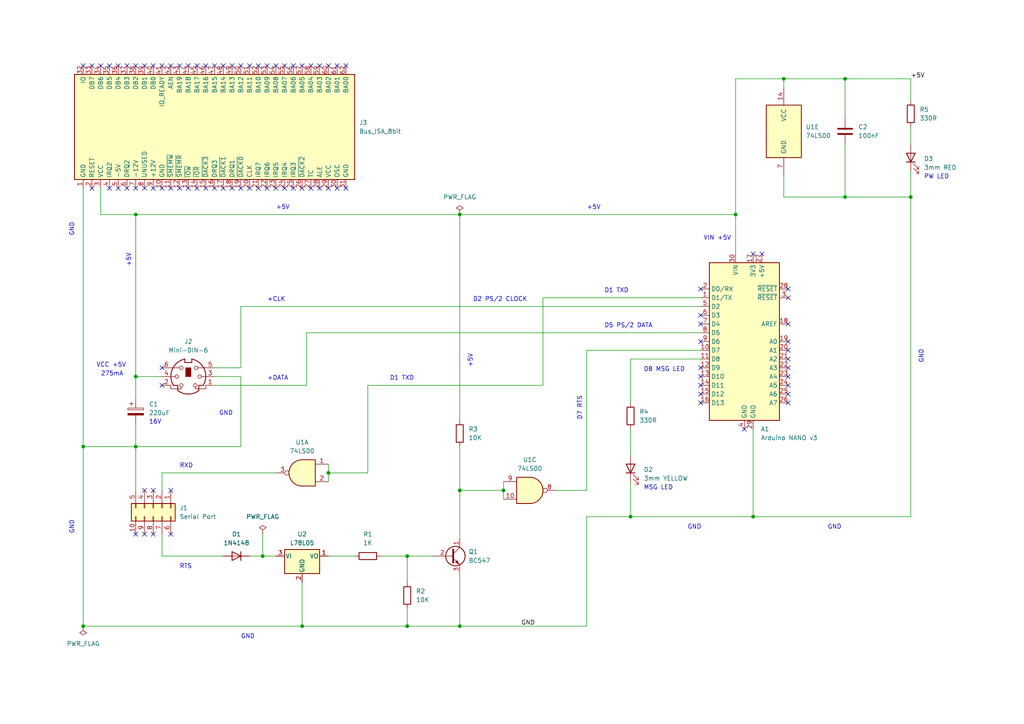
<source format=kicad_sch>
(kicad_sch (version 20230121) (generator eeschema)
  (paper "A4")
  (title_block (title "PS/2 Mouse to Serial Port Adapter") (date "2023-08-12") (rev "4") (company "Cesar Rincon") (comment 1 "NightFox & Co.") (comment 2 "nightfoxandco.com") (comment 3 "contact@nightfoxandco.com") (comment 4 "\"ISA Card\" Version"))
  (lib_symbols
    (symbol "74xx:74LS00" (pin_names (offset 1.016))
      (property "Reference" "U" (at 0 1.27 0))
      (property "Value" "74LS00" (at 0 -1.27 0))
      (symbol "74LS00_1_1"
        (arc (start 0 -3.81) (mid 3.7934 0) (end 0 3.81) (stroke (width 0.254)) (fill (type background)))
        (polyline (pts (xy 0 3.81) (xy -3.81 3.81) (xy -3.81 -3.81) (xy 0 -3.81)) (stroke (width 0.254)) (fill (type background)))
        (pin input line (at -7.62 2.54 0) (length 3.81) (name "~") (number "1"))
        (pin input line (at -7.62 -2.54 0) (length 3.81) (name "~") (number "2"))
        (pin output inverted (at 7.62 0 180) (length 3.81) (name "~") (number "3"))
      )
      (symbol "74LS00_1_2"
        (arc (start -3.81 -3.81) (mid -2.589 0) (end -3.81 3.81) (stroke (width 0.254)))
        (arc (start -0.6096 -3.81) (mid 2.1842 -2.5851) (end 3.81 0) (stroke (width 0.254)) (fill (type background)))
        (polyline (pts (xy -3.81 -3.81) (xy -0.635 -3.81)) (stroke (width 0.254)) (fill (type background)))
        (polyline (pts (xy -3.81 3.81) (xy -0.635 3.81)) (stroke (width 0.254)) (fill (type background)))
        (polyline (pts (xy -0.635 3.81) (xy -3.81 3.81) (xy -3.81 3.81) (xy -3.556 3.4036) (xy -3.0226 2.2606) (xy -2.6924 1.0414) (xy -2.6162 -0.254) (xy -2.7686 -1.4986) (xy -3.175 -2.7178) (xy -3.81 -3.81) (xy -3.81 -3.81) (xy -0.635 -3.81)) (stroke (width -25.4)) (fill (type background)))
        (arc (start 3.81 0) (mid 2.1915 2.5936) (end -0.6096 3.81) (stroke (width 0.254)) (fill (type background)))
        (pin input inverted (at -7.62 2.54 0) (length 4.318) (name "~") (number "1"))
        (pin input inverted (at -7.62 -2.54 0) (length 4.318) (name "~") (number "2"))
        (pin output line (at 7.62 0 180) (length 3.81) (name "~") (number "3"))
      )
      (symbol "74LS00_2_1"
        (arc (start 0 -3.81) (mid 3.7934 0) (end 0 3.81) (stroke (width 0.254)) (fill (type background)))
        (polyline (pts (xy 0 3.81) (xy -3.81 3.81) (xy -3.81 -3.81) (xy 0 -3.81)) (stroke (width 0.254)) (fill (type background)))
        (pin input line (at -7.62 2.54 0) (length 3.81) (name "~") (number "4"))
        (pin input line (at -7.62 -2.54 0) (length 3.81) (name "~") (number "5"))
        (pin output inverted (at 7.62 0 180) (length 3.81) (name "~") (number "6"))
      )
      (symbol "74LS00_2_2"
        (arc (start -3.81 -3.81) (mid -2.589 0) (end -3.81 3.81) (stroke (width 0.254)))
        (arc (start -0.6096 -3.81) (mid 2.1842 -2.5851) (end 3.81 0) (stroke (width 0.254)) (fill (type background)))
        (polyline (pts (xy -3.81 -3.81) (xy -0.635 -3.81)) (stroke (width 0.254)) (fill (type background)))
        (polyline (pts (xy -3.81 3.81) (xy -0.635 3.81)) (stroke (width 0.254)) (fill (type background)))
        (polyline (pts (xy -0.635 3.81) (xy -3.81 3.81) (xy -3.81 3.81) (xy -3.556 3.4036) (xy -3.0226 2.2606) (xy -2.6924 1.0414) (xy -2.6162 -0.254) (xy -2.7686 -1.4986) (xy -3.175 -2.7178) (xy -3.81 -3.81) (xy -3.81 -3.81) (xy -0.635 -3.81)) (stroke (width -25.4)) (fill (type background)))
        (arc (start 3.81 0) (mid 2.1915 2.5936) (end -0.6096 3.81) (stroke (width 0.254)) (fill (type background)))
        (pin input inverted (at -7.62 2.54 0) (length 4.318) (name "~") (number "4"))
        (pin input inverted (at -7.62 -2.54 0) (length 4.318) (name "~") (number "5"))
        (pin output line (at 7.62 0 180) (length 3.81) (name "~") (number "6"))
      )
      (symbol "74LS00_3_1"
        (arc (start 0 -3.81) (mid 3.7934 0) (end 0 3.81) (stroke (width 0.254)) (fill (type background)))
        (polyline (pts (xy 0 3.81) (xy -3.81 3.81) (xy -3.81 -3.81) (xy 0 -3.81)) (stroke (width 0.254)) (fill (type background)))
        (pin input line (at -7.62 -2.54 0) (length 3.81) (name "~") (number "10"))
        (pin output inverted (at 7.62 0 180) (length 3.81) (name "~") (number "8"))
        (pin input line (at -7.62 2.54 0) (length 3.81) (name "~") (number "9"))
      )
      (symbol "74LS00_3_2"
        (arc (start -3.81 -3.81) (mid -2.589 0) (end -3.81 3.81) (stroke (width 0.254)))
        (arc (start -0.6096 -3.81) (mid 2.1842 -2.5851) (end 3.81 0) (stroke (width 0.254)) (fill (type background)))
        (polyline (pts (xy -3.81 -3.81) (xy -0.635 -3.81)) (stroke (width 0.254)) (fill (type background)))
        (polyline (pts (xy -3.81 3.81) (xy -0.635 3.81)) (stroke (width 0.254)) (fill (type background)))
        (polyline (pts (xy -0.635 3.81) (xy -3.81 3.81) (xy -3.81 3.81) (xy -3.556 3.4036) (xy -3.0226 2.2606) (xy -2.6924 1.0414) (xy -2.6162 -0.254) (xy -2.7686 -1.4986) (xy -3.175 -2.7178) (xy -3.81 -3.81) (xy -3.81 -3.81) (xy -0.635 -3.81)) (stroke (width -25.4)) (fill (type background)))
        (arc (start 3.81 0) (mid 2.1915 2.5936) (end -0.6096 3.81) (stroke (width 0.254)) (fill (type background)))
        (pin input inverted (at -7.62 -2.54 0) (length 4.318) (name "~") (number "10"))
        (pin output line (at 7.62 0 180) (length 3.81) (name "~") (number "8"))
        (pin input inverted (at -7.62 2.54 0) (length 4.318) (name "~") (number "9"))
      )
      (symbol "74LS00_4_1"
        (arc (start 0 -3.81) (mid 3.7934 0) (end 0 3.81) (stroke (width 0.254)) (fill (type background)))
        (polyline (pts (xy 0 3.81) (xy -3.81 3.81) (xy -3.81 -3.81) (xy 0 -3.81)) (stroke (width 0.254)) (fill (type background)))
        (pin output inverted (at 7.62 0 180) (length 3.81) (name "~") (number "11"))
        (pin input line (at -7.62 2.54 0) (length 3.81) (name "~") (number "12"))
        (pin input line (at -7.62 -2.54 0) (length 3.81) (name "~") (number "13"))
      )
      (symbol "74LS00_4_2"
        (arc (start -3.81 -3.81) (mid -2.589 0) (end -3.81 3.81) (stroke (width 0.254)))
        (arc (start -0.6096 -3.81) (mid 2.1842 -2.5851) (end 3.81 0) (stroke (width 0.254)) (fill (type background)))
        (polyline (pts (xy -3.81 -3.81) (xy -0.635 -3.81)) (stroke (width 0.254)) (fill (type background)))
        (polyline (pts (xy -3.81 3.81) (xy -0.635 3.81)) (stroke (width 0.254)) (fill (type background)))
        (polyline (pts (xy -0.635 3.81) (xy -3.81 3.81) (xy -3.81 3.81) (xy -3.556 3.4036) (xy -3.0226 2.2606) (xy -2.6924 1.0414) (xy -2.6162 -0.254) (xy -2.7686 -1.4986) (xy -3.175 -2.7178) (xy -3.81 -3.81) (xy -3.81 -3.81) (xy -0.635 -3.81)) (stroke (width -25.4)) (fill (type background)))
        (arc (start 3.81 0) (mid 2.1915 2.5936) (end -0.6096 3.81) (stroke (width 0.254)) (fill (type background)))
        (pin output line (at 7.62 0 180) (length 3.81) (name "~") (number "11"))
        (pin input inverted (at -7.62 2.54 0) (length 4.318) (name "~") (number "12"))
        (pin input inverted (at -7.62 -2.54 0) (length 4.318) (name "~") (number "13"))
      )
      (symbol "74LS00_5_0"
        (pin power_in line (at 0 12.7 270) (length 5.08) (name "VCC") (number "14"))
        (pin power_in line (at 0 -12.7 90) (length 5.08) (name "GND") (number "7"))
      )
      (symbol "74LS00_5_1"
        (rectangle (start -5.08 7.62) (end 5.08 -7.62) (stroke (width 0.254)) (fill (type background)))
      )
    )
    (symbol "Connector:Bus_ISA_8bit"
      (property "Reference" "J" (at 0 42.545 0))
      (property "Value" "Bus_ISA_8bit" (at 0 -42.545 0))
      (symbol "Bus_ISA_8bit_0_1"
        (rectangle (start -15.24 -40.64) (end 15.24 40.64) (stroke (width 0.254)) (fill (type background)))
      )
      (symbol "Bus_ISA_8bit_1_1"
        (pin power_in line (at -17.78 38.1 0) (length 2.54) (name "GND") (number "1"))
        (pin power_in line (at -17.78 15.24 0) (length 2.54) (name "GND") (number "10"))
        (pin output line (at -17.78 12.7 0) (length 2.54) (name "~{SMEMW}") (number "11"))
        (pin output line (at -17.78 10.16 0) (length 2.54) (name "~{SMEMR}") (number "12"))
        (pin output line (at -17.78 7.62 0) (length 2.54) (name "~{IOW}") (number "13"))
        (pin output line (at -17.78 5.08 0) (length 2.54) (name "~{IOR}") (number "14"))
        (pin passive line (at -17.78 2.54 0) (length 2.54) (name "~{DACK3}") (number "15"))
        (pin passive line (at -17.78 0 0) (length 2.54) (name "DRQ3") (number "16"))
        (pin passive line (at -17.78 -2.54 0) (length 2.54) (name "~{DACK1}") (number "17"))
        (pin passive line (at -17.78 -5.08 0) (length 2.54) (name "DRQ1") (number "18"))
        (pin passive line (at -17.78 -7.62 0) (length 2.54) (name "~{DACK0}") (number "19"))
        (pin output line (at -17.78 35.56 0) (length 2.54) (name "RESET") (number "2"))
        (pin output line (at -17.78 -10.16 0) (length 2.54) (name "CLK") (number "20"))
        (pin passive line (at -17.78 -12.7 0) (length 2.54) (name "IRQ7") (number "21"))
        (pin passive line (at -17.78 -15.24 0) (length 2.54) (name "IRQ6") (number "22"))
        (pin passive line (at -17.78 -17.78 0) (length 2.54) (name "IRQ5") (number "23"))
        (pin passive line (at -17.78 -20.32 0) (length 2.54) (name "IRQ4") (number "24"))
        (pin passive line (at -17.78 -22.86 0) (length 2.54) (name "IRQ3") (number "25"))
        (pin passive line (at -17.78 -25.4 0) (length 2.54) (name "~{DACK2}") (number "26"))
        (pin passive line (at -17.78 -27.94 0) (length 2.54) (name "TC") (number "27"))
        (pin output line (at -17.78 -30.48 0) (length 2.54) (name "ALE") (number "28"))
        (pin power_in line (at -17.78 -33.02 0) (length 2.54) (name "VCC") (number "29"))
        (pin power_in line (at -17.78 33.02 0) (length 2.54) (name "VCC") (number "3"))
        (pin output line (at -17.78 -35.56 0) (length 2.54) (name "OSC") (number "30"))
        (pin power_in line (at -17.78 -38.1 0) (length 2.54) (name "GND") (number "31"))
        (pin passive line (at 17.78 38.1 180) (length 2.54) (name "IO") (number "32"))
        (pin tri_state line (at 17.78 35.56 180) (length 2.54) (name "DB7") (number "33"))
        (pin tri_state line (at 17.78 33.02 180) (length 2.54) (name "DB6") (number "34"))
        (pin tri_state line (at 17.78 30.48 180) (length 2.54) (name "DB5") (number "35"))
        (pin tri_state line (at 17.78 27.94 180) (length 2.54) (name "DB4") (number "36"))
        (pin tri_state line (at 17.78 25.4 180) (length 2.54) (name "DB3") (number "37"))
        (pin tri_state line (at 17.78 22.86 180) (length 2.54) (name "DB2") (number "38"))
        (pin tri_state line (at 17.78 20.32 180) (length 2.54) (name "DB1") (number "39"))
        (pin passive line (at -17.78 30.48 0) (length 2.54) (name "IRQ2") (number "4"))
        (pin tri_state line (at 17.78 17.78 180) (length 2.54) (name "DB0") (number "40"))
        (pin passive line (at 17.78 15.24 180) (length 2.54) (name "IO_READY") (number "41"))
        (pin output line (at 17.78 12.7 180) (length 2.54) (name "AEN") (number "42"))
        (pin tri_state line (at 17.78 10.16 180) (length 2.54) (name "BA19") (number "43"))
        (pin tri_state line (at 17.78 7.62 180) (length 2.54) (name "BA18") (number "44"))
        (pin tri_state line (at 17.78 5.08 180) (length 2.54) (name "BA17") (number "45"))
        (pin tri_state line (at 17.78 2.54 180) (length 2.54) (name "BA16") (number "46"))
        (pin tri_state line (at 17.78 0 180) (length 2.54) (name "BA15") (number "47"))
        (pin tri_state line (at 17.78 -2.54 180) (length 2.54) (name "BA14") (number "48"))
        (pin tri_state line (at 17.78 -5.08 180) (length 2.54) (name "BA13") (number "49"))
        (pin power_in line (at -17.78 27.94 0) (length 2.54) (name "-5V") (number "5"))
        (pin tri_state line (at 17.78 -7.62 180) (length 2.54) (name "BA12") (number "50"))
        (pin tri_state line (at 17.78 -10.16 180) (length 2.54) (name "BA11") (number "51"))
        (pin tri_state line (at 17.78 -12.7 180) (length 2.54) (name "BA10") (number "52"))
        (pin tri_state line (at 17.78 -15.24 180) (length 2.54) (name "BA09") (number "53"))
        (pin tri_state line (at 17.78 -17.78 180) (length 2.54) (name "BA08") (number "54"))
        (pin tri_state line (at 17.78 -20.32 180) (length 2.54) (name "BA07") (number "55"))
        (pin tri_state line (at 17.78 -22.86 180) (length 2.54) (name "BA06") (number "56"))
        (pin tri_state line (at 17.78 -25.4 180) (length 2.54) (name "BA05") (number "57"))
        (pin tri_state line (at 17.78 -27.94 180) (length 2.54) (name "BA04") (number "58"))
        (pin tri_state line (at 17.78 -30.48 180) (length 2.54) (name "BA03") (number "59"))
        (pin passive line (at -17.78 25.4 0) (length 2.54) (name "DRQ2") (number "6"))
        (pin tri_state line (at 17.78 -33.02 180) (length 2.54) (name "BA02") (number "60"))
        (pin tri_state line (at 17.78 -35.56 180) (length 2.54) (name "BA01") (number "61"))
        (pin tri_state line (at 17.78 -38.1 180) (length 2.54) (name "BA00") (number "62"))
        (pin power_in line (at -17.78 22.86 0) (length 2.54) (name "-12V") (number "7"))
        (pin passive line (at -17.78 20.32 0) (length 2.54) (name "UNUSED") (number "8"))
        (pin power_in line (at -17.78 17.78 0) (length 2.54) (name "+12V") (number "9"))
      )
    )
    (symbol "Connector:Mini-DIN-6" (pin_names (offset 1.016))
      (property "Reference" "J" (at 0 6.35 0))
      (property "Value" "Mini-DIN-6" (at 0 -6.35 0))
      (symbol "Mini-DIN-6_0_1"
        (circle (center -3.302 0) (radius 0.508))
        (arc (start -3.048 -4.064) (mid 0 -5.08) (end 3.048 -4.064) (stroke (width 0.254)))
        (circle (center -2.032 -2.54) (radius 0.508))
        (circle (center -2.032 2.54) (radius 0.508))
        (arc (start -1.016 5.08) (mid -4.6228 2.1214) (end -4.318 -2.54) (stroke (width 0.254)))
        (rectangle (start -0.762 2.54) (end 0.762 0) (fill (type outline)))
        (polyline (pts (xy -3.81 0) (xy -5.08 0)))
        (polyline (pts (xy -2.54 2.54) (xy -5.08 2.54)))
        (polyline (pts (xy 2.794 2.54) (xy 5.08 2.54)))
        (polyline (pts (xy 5.08 0) (xy 3.81 0)))
        (polyline (pts (xy -4.318 -2.54) (xy -3.048 -2.54) (xy -3.048 -4.064)) (stroke (width 0.254)))
        (polyline (pts (xy 4.318 -2.54) (xy 3.048 -2.54) (xy 3.048 -4.064)) (stroke (width 0.254)))
        (polyline (pts (xy -2.032 -3.048) (xy -2.032 -3.556) (xy -5.08 -3.556) (xy -5.08 -2.54)))
        (polyline (pts (xy -1.016 5.08) (xy -1.016 4.064) (xy 1.016 4.064) (xy 1.016 5.08)) (stroke (width 0.254)))
        (polyline (pts (xy 2.032 -3.048) (xy 2.032 -3.556) (xy 5.08 -3.556) (xy 5.08 -2.54)))
        (circle (center 2.032 -2.54) (radius 0.508))
        (circle (center 2.286 2.54) (radius 0.508))
        (circle (center 3.302 0) (radius 0.508))
        (arc (start 4.318 -2.54) (mid 4.6661 2.1322) (end 1.016 5.08) (stroke (width 0.254)))
      )
      (symbol "Mini-DIN-6_1_1"
        (pin passive line (at 7.62 -2.54 180) (length 2.54) (name "~") (number "1"))
        (pin passive line (at -7.62 -2.54 0) (length 2.54) (name "~") (number "2"))
        (pin passive line (at 7.62 0 180) (length 2.54) (name "~") (number "3"))
        (pin passive line (at -7.62 0 0) (length 2.54) (name "~") (number "4"))
        (pin passive line (at 7.62 2.54 180) (length 2.54) (name "~") (number "5"))
        (pin passive line (at -7.62 2.54 0) (length 2.54) (name "~") (number "6"))
      )
    )
    (symbol "Connector_Generic:Conn_02x05_Top_Bottom" (pin_names (offset 1.016) hide)
      (property "Reference" "J" (at 1.27 7.62 0))
      (property "Value" "Conn_02x05_Top_Bottom" (at 1.27 -7.62 0))
      (symbol "Conn_02x05_Top_Bottom_1_1"
        (rectangle (start -1.27 -4.953) (end 0 -5.207) (stroke (width 0.1524)))
        (rectangle (start -1.27 -2.413) (end 0 -2.667) (stroke (width 0.1524)))
        (rectangle (start -1.27 0.127) (end 0 -0.127) (stroke (width 0.1524)))
        (rectangle (start -1.27 2.667) (end 0 2.413) (stroke (width 0.1524)))
        (rectangle (start -1.27 5.207) (end 0 4.953) (stroke (width 0.1524)))
        (rectangle (start -1.27 6.35) (end 3.81 -6.35) (stroke (width 0.254)) (fill (type background)))
        (rectangle (start 3.81 -4.953) (end 2.54 -5.207) (stroke (width 0.1524)))
        (rectangle (start 3.81 -2.413) (end 2.54 -2.667) (stroke (width 0.1524)))
        (rectangle (start 3.81 0.127) (end 2.54 -0.127) (stroke (width 0.1524)))
        (rectangle (start 3.81 2.667) (end 2.54 2.413) (stroke (width 0.1524)))
        (rectangle (start 3.81 5.207) (end 2.54 4.953) (stroke (width 0.1524)))
        (pin passive line (at -5.08 5.08 0) (length 3.81) (name "Pin_1") (number "1"))
        (pin passive line (at 7.62 -5.08 180) (length 3.81) (name "Pin_10") (number "10"))
        (pin passive line (at -5.08 2.54 0) (length 3.81) (name "Pin_2") (number "2"))
        (pin passive line (at -5.08 0 0) (length 3.81) (name "Pin_3") (number "3"))
        (pin passive line (at -5.08 -2.54 0) (length 3.81) (name "Pin_4") (number "4"))
        (pin passive line (at -5.08 -5.08 0) (length 3.81) (name "Pin_5") (number "5"))
        (pin passive line (at 7.62 5.08 180) (length 3.81) (name "Pin_6") (number "6"))
        (pin passive line (at 7.62 2.54 180) (length 3.81) (name "Pin_7") (number "7"))
        (pin passive line (at 7.62 0 180) (length 3.81) (name "Pin_8") (number "8"))
        (pin passive line (at 7.62 -2.54 180) (length 3.81) (name "Pin_9") (number "9"))
      )
    )
    (symbol "Device:C" (pin_numbers hide) (pin_names (offset 0.254))
      (property "Reference" "C" (at 0.635 2.54 0))
      (property "Value" "C" (at 0.635 -2.54 0))
      (symbol "C_0_1"
        (polyline (pts (xy -2.032 -0.762) (xy 2.032 -0.762)) (stroke (width 0.508)))
        (polyline (pts (xy -2.032 0.762) (xy 2.032 0.762)) (stroke (width 0.508)))
      )
      (symbol "C_1_1"
        (pin passive line (at 0 3.81 270) (length 2.794) (name "~") (number "1"))
        (pin passive line (at 0 -3.81 90) (length 2.794) (name "~") (number "2"))
      )
    )
    (symbol "Device:C_Polarized" (pin_numbers hide) (pin_names (offset 0.254))
      (property "Reference" "C" (at 0.635 2.54 0))
      (property "Value" "C_Polarized" (at 0.635 -2.54 0))
      (symbol "C_Polarized_0_1"
        (rectangle (start -2.286 0.508) (end 2.286 1.016))
        (polyline (pts (xy -1.778 2.286) (xy -0.762 2.286)))
        (polyline (pts (xy -1.27 2.794) (xy -1.27 1.778)))
        (rectangle (start 2.286 -0.508) (end -2.286 -1.016) (fill (type outline)))
      )
      (symbol "C_Polarized_1_1"
        (pin passive line (at 0 3.81 270) (length 2.794) (name "~") (number "1"))
        (pin passive line (at 0 -3.81 90) (length 2.794) (name "~") (number "2"))
      )
    )
    (symbol "Device:LED" (pin_numbers hide) (pin_names (offset 1.016) hide)
      (property "Reference" "D" (at 0 2.54 0))
      (property "Value" "LED" (at 0 -2.54 0))
      (symbol "LED_0_1"
        (polyline (pts (xy -1.27 -1.27) (xy -1.27 1.27)) (stroke (width 0.254)))
        (polyline (pts (xy -1.27 0) (xy 1.27 0)))
        (polyline (pts (xy 1.27 -1.27) (xy 1.27 1.27) (xy -1.27 0) (xy 1.27 -1.27)) (stroke (width 0.254)))
        (polyline (pts (xy -3.048 -0.762) (xy -4.572 -2.286) (xy -3.81 -2.286) (xy -4.572 -2.286) (xy -4.572 -1.524)))
        (polyline (pts (xy -1.778 -0.762) (xy -3.302 -2.286) (xy -2.54 -2.286) (xy -3.302 -2.286) (xy -3.302 -1.524)))
      )
      (symbol "LED_1_1"
        (pin passive line (at -3.81 0 0) (length 2.54) (name "K") (number "1"))
        (pin passive line (at 3.81 0 180) (length 2.54) (name "A") (number "2"))
      )
    )
    (symbol "Device:R" (pin_numbers hide) (pin_names (offset 0))
      (property "Reference" "R" (at 2.032 0 90))
      (property "Value" "R" (at 0 0 90))
      (symbol "R_0_1"
        (rectangle (start -1.016 -2.54) (end 1.016 2.54) (stroke (width 0.254)))
      )
      (symbol "R_1_1"
        (pin passive line (at 0 3.81 270) (length 1.27) (name "~") (number "1"))
        (pin passive line (at 0 -3.81 90) (length 1.27) (name "~") (number "2"))
      )
    )
    (symbol "Diode:1N4148" (pin_numbers hide) (pin_names hide)
      (property "Reference" "D" (at 0 2.54 0))
      (property "Value" "1N4148" (at 0 -2.54 0))
      (symbol "1N4148_0_1"
        (polyline (pts (xy -1.27 1.27) (xy -1.27 -1.27)) (stroke (width 0.254)))
        (polyline (pts (xy 1.27 0) (xy -1.27 0)))
        (polyline (pts (xy 1.27 1.27) (xy 1.27 -1.27) (xy -1.27 0) (xy 1.27 1.27)) (stroke (width 0.254)))
      )
      (symbol "1N4148_1_1"
        (pin passive line (at -3.81 0 0) (length 2.54) (name "K") (number "1"))
        (pin passive line (at 3.81 0 180) (length 2.54) (name "A") (number "2"))
      )
    )
    (symbol "MCU_Module:Arduino_Nano_v3.x"
      (property "Reference" "A" (at -10.16 23.495 0))
      (property "Value" "Arduino_Nano_v3.x" (at 5.08 -24.13 0))
      (symbol "Arduino_Nano_v3.x_0_1"
        (rectangle (start -10.16 22.86) (end 10.16 -22.86) (stroke (width 0.254)) (fill (type background)))
      )
      (symbol "Arduino_Nano_v3.x_1_1"
        (pin bidirectional line (at -12.7 12.7 0) (length 2.54) (name "D1/TX") (number "1"))
        (pin bidirectional line (at -12.7 -2.54 0) (length 2.54) (name "D7") (number "10"))
        (pin bidirectional line (at -12.7 -5.08 0) (length 2.54) (name "D8") (number "11"))
        (pin bidirectional line (at -12.7 -7.62 0) (length 2.54) (name "D9") (number "12"))
        (pin bidirectional line (at -12.7 -10.16 0) (length 2.54) (name "D10") (number "13"))
        (pin bidirectional line (at -12.7 -12.7 0) (length 2.54) (name "D11") (number "14"))
        (pin bidirectional line (at -12.7 -15.24 0) (length 2.54) (name "D12") (number "15"))
        (pin bidirectional line (at -12.7 -17.78 0) (length 2.54) (name "D13") (number "16"))
        (pin power_out line (at 2.54 25.4 270) (length 2.54) (name "3V3") (number "17"))
        (pin input line (at 12.7 5.08 180) (length 2.54) (name "AREF") (number "18"))
        (pin bidirectional line (at 12.7 0 180) (length 2.54) (name "A0") (number "19"))
        (pin bidirectional line (at -12.7 15.24 0) (length 2.54) (name "D0/RX") (number "2"))
        (pin bidirectional line (at 12.7 -2.54 180) (length 2.54) (name "A1") (number "20"))
        (pin bidirectional line (at 12.7 -5.08 180) (length 2.54) (name "A2") (number "21"))
        (pin bidirectional line (at 12.7 -7.62 180) (length 2.54) (name "A3") (number "22"))
        (pin bidirectional line (at 12.7 -10.16 180) (length 2.54) (name "A4") (number "23"))
        (pin bidirectional line (at 12.7 -12.7 180) (length 2.54) (name "A5") (number "24"))
        (pin bidirectional line (at 12.7 -15.24 180) (length 2.54) (name "A6") (number "25"))
        (pin bidirectional line (at 12.7 -17.78 180) (length 2.54) (name "A7") (number "26"))
        (pin power_out line (at 5.08 25.4 270) (length 2.54) (name "+5V") (number "27"))
        (pin input line (at 12.7 15.24 180) (length 2.54) (name "~{RESET}") (number "28"))
        (pin power_in line (at 2.54 -25.4 90) (length 2.54) (name "GND") (number "29"))
        (pin input line (at 12.7 12.7 180) (length 2.54) (name "~{RESET}") (number "3"))
        (pin power_in line (at -2.54 25.4 270) (length 2.54) (name "VIN") (number "30"))
        (pin power_in line (at 0 -25.4 90) (length 2.54) (name "GND") (number "4"))
        (pin bidirectional line (at -12.7 10.16 0) (length 2.54) (name "D2") (number "5"))
        (pin bidirectional line (at -12.7 7.62 0) (length 2.54) (name "D3") (number "6"))
        (pin bidirectional line (at -12.7 5.08 0) (length 2.54) (name "D4") (number "7"))
        (pin bidirectional line (at -12.7 2.54 0) (length 2.54) (name "D5") (number "8"))
        (pin bidirectional line (at -12.7 0 0) (length 2.54) (name "D6") (number "9"))
      )
    )
    (symbol "Regulator_Linear:L78L05_TO92" (pin_names (offset 0.254))
      (property "Reference" "U" (at -3.81 3.175 0))
      (property "Value" "L78L05_TO92" (at 0 3.175 0))
      (symbol "L78L05_TO92_0_1"
        (rectangle (start -5.08 -5.08) (end 5.08 1.905) (stroke (width 0.254)) (fill (type background)))
      )
      (symbol "L78L05_TO92_1_1"
        (pin power_out line (at 7.62 0 180) (length 2.54) (name "VO") (number "1"))
        (pin power_in line (at 0 -7.62 90) (length 2.54) (name "GND") (number "2"))
        (pin power_in line (at -7.62 0 0) (length 2.54) (name "VI") (number "3"))
      )
    )
    (symbol "Transistor_BJT:BC547" (pin_names (offset 0) hide)
      (property "Reference" "Q" (at 5.08 1.905 0))
      (property "Value" "BC547" (at 5.08 0 0))
      (symbol "BC547_0_1"
        (polyline (pts (xy 0 0) (xy 0.635 0)))
        (polyline (pts (xy 0.635 0.635) (xy 2.54 2.54)))
        (polyline (pts (xy 0.635 -0.635) (xy 2.54 -2.54) (xy 2.54 -2.54)))
        (polyline (pts (xy 0.635 1.905) (xy 0.635 -1.905) (xy 0.635 -1.905)) (stroke (width 0.508)))
        (polyline (pts (xy 1.27 -1.778) (xy 1.778 -1.27) (xy 2.286 -2.286) (xy 1.27 -1.778) (xy 1.27 -1.778)) (fill (type outline)))
        (circle (center 1.27 0) (radius 2.8194) (stroke (width 0.254)))
      )
      (symbol "BC547_1_1"
        (pin passive line (at 2.54 5.08 270) (length 2.54) (name "C") (number "1"))
        (pin input line (at -5.08 0 0) (length 5.08) (name "B") (number "2"))
        (pin passive line (at 2.54 -5.08 90) (length 2.54) (name "E") (number "3"))
      )
    )
    (symbol "power:PWR_FLAG" (power) (pin_numbers hide) (pin_names (offset 0) hide)
      (property "Value" "PWR_FLAG" (at 0 3.81 0))
      (symbol "PWR_FLAG_0_0"
        (pin power_out line (at 0 0 90) (length 0) (name "pwr") (number "1"))
      )
      (symbol "PWR_FLAG_0_1"
        (polyline (pts (xy 0 0) (xy 0 1.27) (xy -1.016 1.905) (xy 0 2.54) (xy 1.016 1.905) (xy 0 1.27)))
      )
    )
  )
  (junction (at 264.16 57.15))
  (junction (at 39.37 62.23))
  (junction (at 213.36 62.23))
  (junction (at 182.88 149.86))
  (junction (at 95.25 137.16))
  (junction (at 133.35 181.61))
  (junction (at 118.11 161.29))
  (junction (at 39.37 129.54))
  (junction (at 133.35 62.23))
  (junction (at 76.2 161.29))
  (junction (at 245.11 22.86))
  (junction (at 245.11 57.15))
  (junction (at 118.11 181.61))
  (junction (at 227.33 22.86))
  (junction (at 87.63 181.61))
  (junction (at 24.13 129.54))
  (junction (at 218.44 149.86))
  (junction (at 39.37 109.22))
  (junction (at 133.35 142.24))
  (junction (at 146.05 142.24))
  (junction (at 24.13 181.61))
  (no_connect (at 92.71 54.61))
  (no_connect (at 49.53 154.94))
  (no_connect (at 72.39 54.61))
  (no_connect (at -125.73 25.4))
  (no_connect (at 69.85 54.61))
  (no_connect (at 80.01 19.05))
  (no_connect (at -110.49 2.54))
  (no_connect (at 77.47 54.61))
  (no_connect (at 220.98 73.66))
  (no_connect (at 228.6 111.76))
  (no_connect (at 49.53 54.61))
  (no_connect (at 228.6 101.6))
  (no_connect (at 39.37 154.94))
  (no_connect (at 46.99 19.05))
  (no_connect (at 54.61 19.05))
  (no_connect (at 87.63 19.05))
  (no_connect (at -125.73 20.32))
  (no_connect (at 90.17 19.05))
  (no_connect (at 67.31 54.61))
  (no_connect (at 49.53 142.24))
  (no_connect (at 62.23 19.05))
  (no_connect (at 77.47 19.05))
  (no_connect (at 39.37 19.05))
  (no_connect (at 228.6 83.82))
  (no_connect (at 228.6 116.84))
  (no_connect (at -125.73 5.08))
  (no_connect (at 228.6 86.36))
  (no_connect (at 36.83 19.05))
  (no_connect (at 26.67 19.05))
  (no_connect (at 46.99 106.68))
  (no_connect (at 24.13 19.05))
  (no_connect (at 100.33 19.05))
  (no_connect (at 203.2 93.98))
  (no_connect (at 228.6 93.98))
  (no_connect (at 44.45 142.24))
  (no_connect (at 72.39 19.05))
  (no_connect (at 218.44 73.66))
  (no_connect (at 97.79 54.61))
  (no_connect (at 41.91 54.61))
  (no_connect (at 26.67 54.61))
  (no_connect (at 52.07 54.61))
  (no_connect (at 64.77 54.61))
  (no_connect (at 203.2 111.76))
  (no_connect (at 74.93 19.05))
  (no_connect (at 62.23 54.61))
  (no_connect (at 41.91 142.24))
  (no_connect (at 44.45 154.94))
  (no_connect (at 67.31 19.05))
  (no_connect (at 69.85 19.05))
  (no_connect (at 34.29 54.61))
  (no_connect (at 29.21 19.05))
  (no_connect (at 228.6 114.3))
  (no_connect (at 64.77 19.05))
  (no_connect (at 57.15 54.61))
  (no_connect (at 57.15 19.05))
  (no_connect (at 203.2 109.22))
  (no_connect (at -125.73 0))
  (no_connect (at 215.9 124.46))
  (no_connect (at 46.99 54.61))
  (no_connect (at 74.93 54.61))
  (no_connect (at 85.09 19.05))
  (no_connect (at 95.25 19.05))
  (no_connect (at 228.6 99.06))
  (no_connect (at 203.2 83.82))
  (no_connect (at 228.6 104.14))
  (no_connect (at 203.2 116.84))
  (no_connect (at 82.55 19.05))
  (no_connect (at 59.69 54.61))
  (no_connect (at 87.63 54.61))
  (no_connect (at 95.25 54.61))
  (no_connect (at 52.07 19.05))
  (no_connect (at 90.17 54.61))
  (no_connect (at 39.37 54.61))
  (no_connect (at 82.55 54.61))
  (no_connect (at -110.49 22.86))
  (no_connect (at 228.6 109.22))
  (no_connect (at 92.71 19.05))
  (no_connect (at 203.2 91.44))
  (no_connect (at 85.09 54.61))
  (no_connect (at 203.2 106.68))
  (no_connect (at 100.33 54.61))
  (no_connect (at 36.83 54.61))
  (no_connect (at 34.29 19.05))
  (no_connect (at 228.6 106.68))
  (no_connect (at 41.91 154.94))
  (no_connect (at 54.61 54.61))
  (no_connect (at 59.69 19.05))
  (no_connect (at 97.79 19.05))
  (no_connect (at 31.75 54.61))
  (no_connect (at 203.2 99.06))
  (no_connect (at 49.53 19.05))
  (no_connect (at 31.75 19.05))
  (no_connect (at 44.45 54.61))
  (no_connect (at 44.45 19.05))
  (no_connect (at 41.91 19.05))
  (no_connect (at 203.2 114.3))
  (no_connect (at 80.01 54.61))
  (no_connect (at 46.99 111.76))
  (wire (pts (xy 29.21 62.23) (xy 39.37 62.23)))
  (wire (pts (xy 245.11 57.15) (xy 264.16 57.15)))
  (wire (pts (xy 133.35 129.54) (xy 133.35 142.24)))
  (wire (pts (xy 69.85 109.22) (xy 69.85 129.54)))
  (wire (pts (xy 39.37 62.23) (xy 39.37 109.22)))
  (wire (pts (xy 161.29 142.24) (xy 170.18 142.24)))
  (wire (pts (xy 24.13 129.54) (xy 24.13 181.61)))
  (wire (pts (xy 133.35 62.23) (xy 213.36 62.23)))
  (wire (pts (xy 110.49 161.29) (xy 118.11 161.29)))
  (wire (pts (xy 133.35 142.24) (xy 146.05 142.24)))
  (wire (pts (xy 133.35 142.24) (xy 133.35 156.21)))
  (wire (pts (xy 264.16 22.86) (xy 264.16 29.21)))
  (wire (pts (xy 227.33 57.15) (xy 245.11 57.15)))
  (wire (pts (xy 213.36 22.86) (xy 227.33 22.86)))
  (wire (pts (xy 133.35 62.23) (xy 133.35 121.92)))
  (wire (pts (xy 95.25 134.62) (xy 95.25 137.16)))
  (wire (pts (xy 170.18 101.6) (xy 203.2 101.6)))
  (wire (pts (xy 245.11 22.86) (xy 264.16 22.86)))
  (wire (pts (xy 182.88 124.46) (xy 182.88 132.08)))
  (wire (pts (xy 76.2 154.94) (xy 76.2 161.29)))
  (wire (pts (xy 245.11 22.86) (xy 245.11 34.29)))
  (wire (pts (xy 146.05 142.24) (xy 146.05 139.7)))
  (wire (pts (xy 39.37 123.19) (xy 39.37 129.54)))
  (wire (pts (xy 76.2 161.29) (xy 80.01 161.29)))
  (wire (pts (xy 72.39 161.29) (xy 76.2 161.29)))
  (wire (pts (xy 118.11 181.61) (xy 133.35 181.61)))
  (wire (pts (xy 157.48 111.76) (xy 157.48 86.36)))
  (wire (pts (xy 106.68 111.76) (xy 106.68 137.16)))
  (wire (pts (xy 203.2 104.14) (xy 182.88 104.14)))
  (wire (pts (xy 46.99 161.29) (xy 64.77 161.29)))
  (wire (pts (xy 46.99 154.94) (xy 46.99 161.29)))
  (wire (pts (xy 69.85 106.68) (xy 69.85 88.9)))
  (wire (pts (xy 80.01 137.16) (xy 46.99 137.16)))
  (wire (pts (xy 170.18 142.24) (xy 170.18 101.6)))
  (wire (pts (xy 218.44 124.46) (xy 218.44 149.86)))
  (wire (pts (xy 46.99 137.16) (xy 46.99 142.24)))
  (wire (pts (xy 62.23 109.22) (xy 69.85 109.22)))
  (wire (pts (xy 264.16 57.15) (xy 264.16 49.53)))
  (wire (pts (xy 133.35 181.61) (xy 170.18 181.61)))
  (wire (pts (xy 88.9 96.52) (xy 203.2 96.52)))
  (wire (pts (xy 95.25 137.16) (xy 95.25 139.7)))
  (wire (pts (xy 39.37 62.23) (xy 133.35 62.23)))
  (wire (pts (xy 146.05 142.24) (xy 146.05 144.78)))
  (wire (pts (xy 227.33 22.86) (xy 227.33 25.4)))
  (wire (pts (xy 227.33 50.8) (xy 227.33 57.15)))
  (wire (pts (xy 29.21 54.61) (xy 29.21 62.23)))
  (wire (pts (xy 69.85 88.9) (xy 203.2 88.9)))
  (wire (pts (xy 62.23 106.68) (xy 69.85 106.68)))
  (wire (pts (xy 87.63 168.91) (xy 87.63 181.61)))
  (wire (pts (xy 157.48 86.36) (xy 203.2 86.36)))
  (wire (pts (xy 24.13 129.54) (xy 39.37 129.54)))
  (wire (pts (xy 39.37 129.54) (xy 69.85 129.54)))
  (wire (pts (xy 39.37 109.22) (xy 46.99 109.22)))
  (wire (pts (xy 24.13 54.61) (xy 24.13 129.54)))
  (wire (pts (xy 95.25 161.29) (xy 102.87 161.29)))
  (wire (pts (xy 24.13 181.61) (xy 87.63 181.61)))
  (wire (pts (xy 264.16 36.83) (xy 264.16 41.91)))
  (wire (pts (xy 182.88 149.86) (xy 218.44 149.86)))
  (wire (pts (xy 170.18 149.86) (xy 182.88 149.86)))
  (wire (pts (xy 170.18 149.86) (xy 170.18 181.61)))
  (wire (pts (xy 118.11 161.29) (xy 118.11 168.91)))
  (wire (pts (xy 213.36 62.23) (xy 213.36 73.66)))
  (wire (pts (xy 182.88 149.86) (xy 182.88 139.7)))
  (wire (pts (xy 133.35 166.37) (xy 133.35 181.61)))
  (wire (pts (xy 88.9 111.76) (xy 88.9 96.52)))
  (wire (pts (xy 118.11 161.29) (xy 125.73 161.29)))
  (wire (pts (xy 118.11 176.53) (xy 118.11 181.61)))
  (wire (pts (xy 39.37 109.22) (xy 39.37 115.57)))
  (wire (pts (xy 264.16 57.15) (xy 264.16 149.86)))
  (wire (pts (xy 95.25 137.16) (xy 106.68 137.16)))
  (wire (pts (xy 87.63 181.61) (xy 118.11 181.61)))
  (wire (pts (xy 245.11 41.91) (xy 245.11 57.15)))
  (wire (pts (xy 218.44 149.86) (xy 264.16 149.86)))
  (wire (pts (xy 182.88 104.14) (xy 182.88 116.84)))
  (wire (pts (xy 213.36 22.86) (xy 213.36 62.23)))
  (wire (pts (xy 227.33 22.86) (xy 245.11 22.86)))
  (wire (pts (xy 62.23 111.76) (xy 88.9 111.76)))
  (wire (pts (xy 106.68 111.76) (xy 157.48 111.76)))
  (wire (pts (xy 39.37 129.54) (xy 39.37 142.24)))
  (text "+CLK" (at 77.47 87.63 0) (effects (font (size 1.27 1.27)) (justify left bottom)))
  (text "PW LED" (at 267.97 52.07 0) (effects (font (size 1.27 1.27)) (justify left bottom)))
  (text "GND" (at 63.5 120.65 0) (effects (font (size 1.27 1.27)) (justify left bottom)))
  (text "GND" (at 267.97 105.41 90) (effects (font (size 1.27 1.27)) (justify left bottom)))
  (text "VCC +5V" (at 27.94 106.68 0) (effects (font (size 1.27 1.27)) (justify left bottom)))
  (text "16V" (at 43.18 123.19 0) (effects (font (size 1.27 1.27)) (justify left bottom)))
  (text "GND" (at 21.59 68.58 90) (effects (font (size 1.27 1.27)) (justify left bottom)))
  (text "MSG LED" (at 186.69 142.24 0) (effects (font (size 1.27 1.27)) (justify left bottom)))
  (text "+5V" (at 137.16 106.68 90) (effects (font (size 1.27 1.27)) (justify left bottom)))
  (text "D8 MSG LED" (at 186.69 107.95 0) (effects (font (size 1.27 1.27)) (justify left bottom)))
  (text "GND" (at 199.39 153.67 0) (effects (font (size 1.27 1.27)) (justify left bottom)))
  (text "RTS" (at 52.07 165.1 0) (effects (font (size 1.27 1.27)) (justify left bottom)))
  (text "D5 PS/2 DATA" (at 175.26 95.25 0) (effects (font (size 1.27 1.27)) (justify left bottom)))
  (text "D1 TXD" (at 175.26 85.09 0) (effects (font (size 1.27 1.27)) (justify left bottom)))
  (text "D1 TXD" (at 113.03 110.49 0) (effects (font (size 1.27 1.27)) (justify left bottom)))
  (text "D2 PS/2 CLOCK" (at 137.16 87.63 0) (effects (font (size 1.27 1.27)) (justify left bottom)))
  (text "GND" (at 69.85 185.42 0) (effects (font (size 1.27 1.27)) (justify left bottom)))
  (text "+5V" (at 38.1 77.47 90) (effects (font (size 1.27 1.27)) (justify left bottom)))
  (text "VIN +5V" (at 212.09 69.85 0) (effects (font (size 1.27 1.27)) (justify right bottom)))
  (text "RXD" (at 52.07 135.89 0) (effects (font (size 1.27 1.27)) (justify left bottom)))
  (text "D7 RTS" (at 168.91 121.92 90) (effects (font (size 1.27 1.27)) (justify left bottom)))
  (text "GND" (at 21.59 154.94 90) (effects (font (size 1.27 1.27)) (justify left bottom)))
  (text "+DATA" (at 77.47 110.49 0) (effects (font (size 1.27 1.27)) (justify left bottom)))
  (text "GND" (at 240.03 153.67 0) (effects (font (size 1.27 1.27)) (justify left bottom)))
  (text "+5V" (at 170.18 60.96 0) (effects (font (size 1.27 1.27)) (justify left bottom)))
  (text "275mA" (at 29.21 109.22 0) (effects (font (size 1.27 1.27)) (justify left bottom)))
  (text "+5V" (at 80.01 60.96 0) (effects (font (size 1.27 1.27)) (justify left bottom)))
  (label "GND" (at 151.13 181.61 0))
  (label "+5V" (at 264.16 22.86 0))
  (symbol (lib_id "Device:C") (at 245.11 38.1 0) (unit 1)
    (property "Reference" "C2" (at 248.92 36.83 0) (effects (justify left)))
    (property "Value" "100nF" (at 248.92 39.37 0) (effects (justify left)))
    (property "Footprint" "Capacitor_THT:C_Disc_D6.0mm_W2.5mm_P5.00mm" (effects hide))
  )
  (symbol (lib_id "Connector:Bus_ISA_8bit") (at 62.23 36.83 90) (unit 1)
    (property "Reference" "J3" (at 104.14 35.56 90) (effects (justify right)))
    (property "Value" "Bus_ISA_8bit" (at 104.14 38.1 90) (effects (justify right)))
    (property "Footprint" "CustomLib:BUS_AT" (effects hide))
    (property "Datasheet" "https://en.wikipedia.org/wiki/Industry_Standard_Architecture" (effects hide))
  )
  (symbol (lib_id "Device:R") (at 264.16 33.02 0) (unit 1)
    (property "Reference" "R5" (at 266.7 31.75 0) (effects (justify left)))
    (property "Value" "330R" (at 266.7 34.29 0) (effects (justify left)))
    (property "Footprint" "Resistor_THT:R_Axial_DIN0207_L6.3mm_D2.5mm_P7.62mm_Horizontal" (effects hide))
  )
  (symbol (lib_id "Transistor_BJT:BC547") (at 130.81 161.29 0) (unit 1)
    (property "Reference" "Q1" (at 135.89 160.02 0) (effects (justify left)))
    (property "Value" "BC547" (at 135.89 162.56 0) (effects (justify left)))
    (property "Footprint" "Package_TO_SOT_THT:TO-92_Inline" (effects hide))
    (property "Datasheet" "https://www.onsemi.com/pub/Collateral/BC550-D.pdf" (effects hide))
  )
  (symbol (lib_id "Device:C_Polarized") (at 39.37 119.38 0) (unit 1)
    (property "Reference" "C1" (at 43.18 117.221 0) (effects (justify left)))
    (property "Value" "220uF" (at 43.18 119.761 0) (effects (justify left)))
    (property "Footprint" "Capacitor_THT:CP_Radial_D8.0mm_P3.80mm" (effects hide))
  )
  (symbol (lib_id "MCU_Module:Arduino_Nano_v3.x") (at 215.9 99.06 0) (unit 1)
    (property "Reference" "A1" (at 220.6341 124.46 0) (effects (justify left)))
    (property "Value" "Arduino NANO v3" (at 220.6341 127 0) (effects (justify left)))
    (property "Footprint" "Module:Arduino_Nano" (effects hide))
    (property "Datasheet" "http://www.mouser.com/pdfdocs/Gravitech_Arduino_Nano3_0.pdf" (effects hide))
  )
  (symbol (lib_id "74xx:74LS00") (at -118.11 22.86 0) (unit 4)
    (property "Reference" "U1" (at -118.1183 13.97 0))
    (property "Value" "74LS00" (at -118.1183 16.51 0))
    (property "Footprint" "Package_DIP:DIP-14_W7.62mm_Socket" (effects hide))
    (property "Datasheet" "http://www.ti.com/lit/gpn/sn74ls00" (effects hide))
  )
  (symbol (lib_id "Connector:Mini-DIN-6") (at 54.61 109.22 0) (unit 1)
    (property "Reference" "J2" (at 54.6277 99.06 0))
    (property "Value" "Mini-DIN-6" (at 54.6277 101.6 0))
    (property "Footprint" "CustomLib:Conn_Mini_DIN_6pin" (effects hide))
    (property "Datasheet" "http://service.powerdynamics.com/ec/Catalog17/Section%2011.pdf" (effects hide))
  )
  (symbol (lib_id "Diode:1N4148") (at 68.58 161.29 0) (mirror y) (unit 1)
    (property "Reference" "D1" (at 68.58 154.94 0))
    (property "Value" "1N4148" (at 68.58 157.48 0))
    (property "Footprint" "Diode_THT:D_DO-35_SOD27_P7.62mm_Horizontal" (effects hide))
    (property "Datasheet" "https://assets.nexperia.com/documents/data-sheet/1N4148_1N4448.pdf" (effects hide))
    (property "Sim.Device" "D" (effects hide))
    (property "Sim.Pins" "1=K 2=A" (effects hide))
  )
  (symbol (lib_id "74xx:74LS00") (at 87.63 137.16 0) (mirror y) (unit 1)
    (property "Reference" "U1" (at 87.6383 128.27 0))
    (property "Value" "74LS00" (at 87.6383 130.81 0))
    (property "Footprint" "Package_DIP:DIP-14_W7.62mm_Socket" (effects hide))
    (property "Datasheet" "http://www.ti.com/lit/gpn/sn74ls00" (effects hide))
  )
  (symbol (lib_id "74xx:74LS00") (at 153.67 142.24 0) (unit 3)
    (property "Reference" "U1" (at 153.6617 133.35 0))
    (property "Value" "74LS00" (at 153.6617 135.89 0))
    (property "Footprint" "Package_DIP:DIP-14_W7.62mm_Socket" (effects hide))
    (property "Datasheet" "http://www.ti.com/lit/gpn/sn74ls00" (effects hide))
  )
  (symbol (lib_id "Regulator_Linear:L78L05_TO92") (at 87.63 161.29 0) (unit 1)
    (property "Reference" "U2" (at 87.63 154.94 0))
    (property "Value" "L78L05" (at 87.63 157.48 0))
    (property "Footprint" "Package_TO_SOT_THT:TO-92_Inline" (effects hide))
    (property "Datasheet" "http://www.st.com/content/ccc/resource/technical/document/datasheet/15/55/e5/aa/23/5b/43/fd/CD00000446.pdf/files/CD00000446.pdf/jcr:content/translations/en.CD00000446.pdf" (effects hide))
  )
  (symbol (lib_id "Device:R") (at 118.11 172.72 0) (unit 1)
    (property "Reference" "R2" (at 120.65 171.45 0) (effects (justify left)))
    (property "Value" "10K" (at 120.65 173.99 0) (effects (justify left)))
    (property "Footprint" "Resistor_THT:R_Axial_DIN0207_L6.3mm_D2.5mm_P7.62mm_Horizontal" (effects hide))
  )
  (symbol (lib_id "74xx:74LS00") (at -118.11 2.54 0) (unit 2)
    (property "Reference" "U1" (at -118.1183 -6.35 0))
    (property "Value" "74LS00" (at -118.1183 -3.81 0))
    (property "Footprint" "Package_DIP:DIP-14_W7.62mm_Socket" (effects hide))
    (property "Datasheet" "http://www.ti.com/lit/gpn/sn74ls00" (effects hide))
  )
  (symbol (lib_id "power:PWR_FLAG") (at 24.13 181.61 0) (mirror x) (unit 1)
    (property "Reference" "#FLG01" (effects hide))
    (property "Value" "PWR_FLAG" (at 24.13 186.69 0))
  )
  (symbol (lib_id "power:PWR_FLAG") (at 76.2 154.94 0) (unit 1)
    (property "Reference" "#FLG02" (effects hide))
    (property "Value" "PWR_FLAG" (at 76.2 149.86 0))
  )
  (symbol (lib_id "power:PWR_FLAG") (at 133.35 62.23 0) (mirror y) (unit 1)
    (property "Reference" "#FLG03" (effects hide))
    (property "Value" "PWR_FLAG" (at 133.35 57.15 0))
  )
  (symbol (lib_id "Device:LED") (at 182.88 135.89 90) (unit 1)
    (property "Reference" "D2" (at 186.69 136.2075 90) (effects (justify right)))
    (property "Value" "3mm YELLOW" (at 186.69 138.7475 90) (effects (justify right)))
    (property "Footprint" "LED_THT:LED_D3.0mm" (effects hide))
  )
  (symbol (lib_id "74xx:74LS00") (at 227.33 38.1 0) (unit 5)
    (property "Reference" "U1" (at 233.68 36.83 0) (effects (justify left)))
    (property "Value" "74LS00" (at 233.68 39.37 0) (effects (justify left)))
    (property "Footprint" "Package_DIP:DIP-14_W7.62mm_Socket" (effects hide))
    (property "Datasheet" "http://www.ti.com/lit/gpn/sn74ls00" (effects hide))
  )
  (symbol (lib_id "Device:R") (at 182.88 120.65 0) (unit 1)
    (property "Reference" "R4" (at 185.42 119.38 0) (effects (justify left)))
    (property "Value" "330R" (at 185.42 121.92 0) (effects (justify left)))
    (property "Footprint" "Resistor_THT:R_Axial_DIN0207_L6.3mm_D2.5mm_P7.62mm_Horizontal" (effects hide))
  )
  (symbol (lib_id "Device:LED") (at 264.16 45.72 90) (unit 1)
    (property "Reference" "D3" (at 267.97 46.0375 90) (effects (justify right)))
    (property "Value" "3mm RED" (at 267.97 48.5775 90) (effects (justify right)))
    (property "Footprint" "LED_THT:LED_D3.0mm" (effects hide))
  )
  (symbol (lib_id "Device:R") (at 133.35 125.73 0) (unit 1)
    (property "Reference" "R3" (at 135.89 124.46 0) (effects (justify left)))
    (property "Value" "10K" (at 135.89 127 0) (effects (justify left)))
    (property "Footprint" "Resistor_THT:R_Axial_DIN0207_L6.3mm_D2.5mm_P7.62mm_Horizontal" (effects hide))
  )
  (symbol (lib_id "Connector_Generic:Conn_02x05_Top_Bottom") (at 44.45 147.32 270) (unit 1)
    (property "Reference" "J1" (at 52.07 147.32 90) (effects (justify left)))
    (property "Value" "Serial Port" (at 52.07 149.86 90) (effects (justify left)))
    (property "Footprint" "Connector_IDC:IDC-Header_2x05_P2.54mm_Horizontal" (effects hide))
  )
  (symbol (lib_id "Device:R") (at 106.68 161.29 270) (unit 1)
    (property "Reference" "R1" (at 106.68 154.94 90))
    (property "Value" "1K" (at 106.68 157.48 90))
    (property "Footprint" "Resistor_THT:R_Axial_DIN0207_L6.3mm_D2.5mm_P7.62mm_Horizontal" (effects hide))
  )
)
</source>
